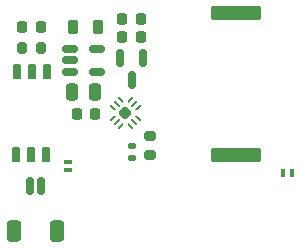
<source format=gbr>
%TF.GenerationSoftware,KiCad,Pcbnew,9.0.6*%
%TF.CreationDate,2025-12-27T16:00:58+00:00*%
%TF.ProjectId,AZUltra,415a556c-7472-4612-9e6b-696361645f70,rev?*%
%TF.SameCoordinates,Original*%
%TF.FileFunction,Paste,Top*%
%TF.FilePolarity,Positive*%
%FSLAX46Y46*%
G04 Gerber Fmt 4.6, Leading zero omitted, Abs format (unit mm)*
G04 Created by KiCad (PCBNEW 9.0.6) date 2025-12-27 16:00:58*
%MOMM*%
%LPD*%
G01*
G04 APERTURE LIST*
G04 Aperture macros list*
%AMRoundRect*
0 Rectangle with rounded corners*
0 $1 Rounding radius*
0 $2 $3 $4 $5 $6 $7 $8 $9 X,Y pos of 4 corners*
0 Add a 4 corners polygon primitive as box body*
4,1,4,$2,$3,$4,$5,$6,$7,$8,$9,$2,$3,0*
0 Add four circle primitives for the rounded corners*
1,1,$1+$1,$2,$3*
1,1,$1+$1,$4,$5*
1,1,$1+$1,$6,$7*
1,1,$1+$1,$8,$9*
0 Add four rect primitives between the rounded corners*
20,1,$1+$1,$2,$3,$4,$5,0*
20,1,$1+$1,$4,$5,$6,$7,0*
20,1,$1+$1,$6,$7,$8,$9,0*
20,1,$1+$1,$8,$9,$2,$3,0*%
%AMFreePoly0*
4,1,14,0.168787,0.091213,0.291213,-0.031213,0.300000,-0.052426,0.300001,-0.070000,0.291213,-0.091213,0.270000,-0.100000,-0.270000,-0.100000,-0.291213,-0.091213,-0.300001,-0.070000,-0.300001,0.070000,-0.291213,0.091213,-0.270000,0.100000,0.147574,0.100000,0.168787,0.091213,0.168787,0.091213,$1*%
%AMFreePoly1*
4,1,14,0.291213,0.091213,0.300001,0.070000,0.300000,0.052426,0.291213,0.031213,0.168787,-0.091213,0.147574,-0.100000,-0.270000,-0.100000,-0.291213,-0.091213,-0.300001,-0.070000,-0.300001,0.070000,-0.291213,0.091213,-0.270000,0.100000,0.270000,0.100000,0.291213,0.091213,0.291213,0.091213,$1*%
%AMFreePoly2*
4,1,14,0.091213,0.291213,0.100000,0.270000,0.100000,-0.270000,0.091213,-0.291213,0.070000,-0.300001,-0.070000,-0.300001,-0.091213,-0.291213,-0.100000,-0.270000,-0.100000,0.147574,-0.091213,0.168787,0.031213,0.291213,0.052426,0.300000,0.070000,0.300001,0.091213,0.291213,0.091213,0.291213,$1*%
%AMFreePoly3*
4,1,14,-0.031213,0.291213,0.091213,0.168787,0.100000,0.147574,0.100000,-0.270000,0.091213,-0.291213,0.070000,-0.300001,-0.070000,-0.300001,-0.091213,-0.291213,-0.100000,-0.270000,-0.100000,0.270000,-0.091213,0.291213,-0.070000,0.300001,-0.052426,0.300000,-0.031213,0.291213,-0.031213,0.291213,$1*%
%AMFreePoly4*
4,1,14,0.291213,0.091213,0.300001,0.070000,0.300001,-0.070000,0.291213,-0.091213,0.270000,-0.100000,-0.147574,-0.100000,-0.168787,-0.091213,-0.291213,0.031213,-0.300000,0.052426,-0.300001,0.070000,-0.291213,0.091213,-0.270000,0.100000,0.270000,0.100000,0.291213,0.091213,0.291213,0.091213,$1*%
%AMFreePoly5*
4,1,14,0.291213,0.091213,0.300001,0.070000,0.300001,-0.070000,0.291213,-0.091213,0.270000,-0.100000,-0.270000,-0.100000,-0.291213,-0.091213,-0.300001,-0.070000,-0.300000,-0.052426,-0.291213,-0.031213,-0.168787,0.091213,-0.147574,0.100000,0.270000,0.100000,0.291213,0.091213,0.291213,0.091213,$1*%
%AMFreePoly6*
4,1,14,0.091213,0.291213,0.100000,0.270000,0.100000,-0.147574,0.091213,-0.168787,-0.031213,-0.291213,-0.052426,-0.300000,-0.070000,-0.300001,-0.091213,-0.291213,-0.100000,-0.270000,-0.100000,0.270000,-0.091213,0.291213,-0.070000,0.300001,0.070000,0.300001,0.091213,0.291213,0.091213,0.291213,$1*%
%AMFreePoly7*
4,1,14,0.091213,0.291213,0.100000,0.270000,0.100000,-0.270000,0.091213,-0.291213,0.070000,-0.300001,0.052426,-0.300000,0.031213,-0.291213,-0.091213,-0.168787,-0.100000,-0.147574,-0.100000,0.270000,-0.091213,0.291213,-0.070000,0.300001,0.070000,0.300001,0.091213,0.291213,0.091213,0.291213,$1*%
G04 Aperture macros list end*
%ADD10RoundRect,0.218750X0.218750X0.381250X-0.218750X0.381250X-0.218750X-0.381250X0.218750X-0.381250X0*%
%ADD11RoundRect,0.135000X0.185000X-0.135000X0.185000X0.135000X-0.185000X0.135000X-0.185000X-0.135000X0*%
%ADD12RoundRect,0.218750X0.218750X0.256250X-0.218750X0.256250X-0.218750X-0.256250X0.218750X-0.256250X0*%
%ADD13RoundRect,0.150000X-0.150000X0.587500X-0.150000X-0.587500X0.150000X-0.587500X0.150000X0.587500X0*%
%ADD14RoundRect,0.114000X0.266000X0.521000X-0.266000X0.521000X-0.266000X-0.521000X0.266000X-0.521000X0*%
%ADD15RoundRect,0.180000X-1.920000X-0.420000X1.920000X-0.420000X1.920000X0.420000X-1.920000X0.420000X0*%
%ADD16RoundRect,0.100000X-0.100000X-0.250000X0.100000X-0.250000X0.100000X0.250000X-0.100000X0.250000X0*%
%ADD17RoundRect,0.150000X-0.512500X-0.150000X0.512500X-0.150000X0.512500X0.150000X-0.512500X0.150000X0*%
%ADD18RoundRect,0.225000X0.225000X0.250000X-0.225000X0.250000X-0.225000X-0.250000X0.225000X-0.250000X0*%
%ADD19RoundRect,0.250000X0.250000X0.475000X-0.250000X0.475000X-0.250000X-0.475000X0.250000X-0.475000X0*%
%ADD20RoundRect,0.225000X-0.225000X-0.250000X0.225000X-0.250000X0.225000X0.250000X-0.225000X0.250000X0*%
%ADD21RoundRect,0.222500X0.000000X0.314663X-0.314663X0.000000X0.000000X-0.314663X0.314663X0.000000X0*%
%ADD22FreePoly0,225.000000*%
%ADD23RoundRect,0.050000X0.141421X0.212132X-0.212132X-0.141421X-0.141421X-0.212132X0.212132X0.141421X0*%
%ADD24FreePoly1,225.000000*%
%ADD25FreePoly2,225.000000*%
%ADD26RoundRect,0.050000X-0.141421X0.212132X-0.212132X0.141421X0.141421X-0.212132X0.212132X-0.141421X0*%
%ADD27FreePoly3,225.000000*%
%ADD28FreePoly4,225.000000*%
%ADD29FreePoly5,225.000000*%
%ADD30FreePoly6,225.000000*%
%ADD31FreePoly7,225.000000*%
%ADD32RoundRect,0.150000X-0.150000X-0.625000X0.150000X-0.625000X0.150000X0.625000X-0.150000X0.625000X0*%
%ADD33RoundRect,0.250000X-0.350000X-0.650000X0.350000X-0.650000X0.350000X0.650000X-0.350000X0.650000X0*%
%ADD34RoundRect,0.200000X0.275000X-0.200000X0.275000X0.200000X-0.275000X0.200000X-0.275000X-0.200000X0*%
%ADD35RoundRect,0.100000X-0.250000X0.100000X-0.250000X-0.100000X0.250000X-0.100000X0.250000X0.100000X0*%
%ADD36RoundRect,0.200000X-0.200000X-0.275000X0.200000X-0.275000X0.200000X0.275000X-0.200000X0.275000X0*%
G04 APERTURE END LIST*
D10*
%TO.C,L1*%
X150820000Y-76140000D03*
X148695000Y-76140000D03*
%TD*%
D11*
%TO.C,R3*%
X153740000Y-87230000D03*
X153740000Y-86210000D03*
%TD*%
D12*
%TO.C,D1*%
X146000000Y-76200000D03*
X144425000Y-76200000D03*
%TD*%
D13*
%TO.C,Q1*%
X154625000Y-78750000D03*
X152725000Y-78750000D03*
X153675000Y-80625000D03*
%TD*%
D14*
%TO.C,SW1*%
X146460000Y-86990000D03*
X145190000Y-86990000D03*
X143920000Y-86990000D03*
X146500000Y-80000000D03*
X145230000Y-80000000D03*
X143960000Y-80000000D03*
%TD*%
D15*
%TO.C,BZ1*%
X162500000Y-87000000D03*
X162500000Y-75000000D03*
%TD*%
D16*
%TO.C,D2*%
X166525000Y-88550000D03*
X167225000Y-88550000D03*
%TD*%
D17*
%TO.C,U1*%
X148500000Y-78050000D03*
X148500000Y-79000000D03*
X148500000Y-79950000D03*
X150775000Y-79950000D03*
X150775000Y-78050000D03*
%TD*%
D18*
%TO.C,C5*%
X150600000Y-83500000D03*
X149050000Y-83500000D03*
%TD*%
D19*
%TO.C,C4*%
X150550000Y-81700000D03*
X148650000Y-81700000D03*
%TD*%
D20*
%TO.C,C3*%
X152900000Y-75500000D03*
X154450000Y-75500000D03*
%TD*%
D21*
%TO.C,U2*%
X153157538Y-83442462D03*
D22*
X154253554Y-83053553D03*
D23*
X153900000Y-82700000D03*
D24*
X153546447Y-82346446D03*
D25*
X152768629Y-82346446D03*
D26*
X152415076Y-82700000D03*
D27*
X152061522Y-83053553D03*
D28*
X152061522Y-83831371D03*
D23*
X152415076Y-84184924D03*
D29*
X152768629Y-84538478D03*
D30*
X153546447Y-84538478D03*
D26*
X153900000Y-84184924D03*
D31*
X154253554Y-83831371D03*
%TD*%
D32*
%TO.C,J1*%
X145040000Y-89600000D03*
X146040000Y-89600000D03*
D33*
X143740000Y-93475000D03*
X147340000Y-93475000D03*
%TD*%
D20*
%TO.C,C2*%
X152900000Y-77000000D03*
X154450000Y-77000000D03*
%TD*%
D34*
%TO.C,R2*%
X155190000Y-87020000D03*
X155190000Y-85370000D03*
%TD*%
D35*
%TO.C,D3*%
X148300000Y-87600000D03*
X148300000Y-88300000D03*
%TD*%
D36*
%TO.C,R1*%
X144375000Y-77900000D03*
X146025000Y-77900000D03*
%TD*%
M02*

</source>
